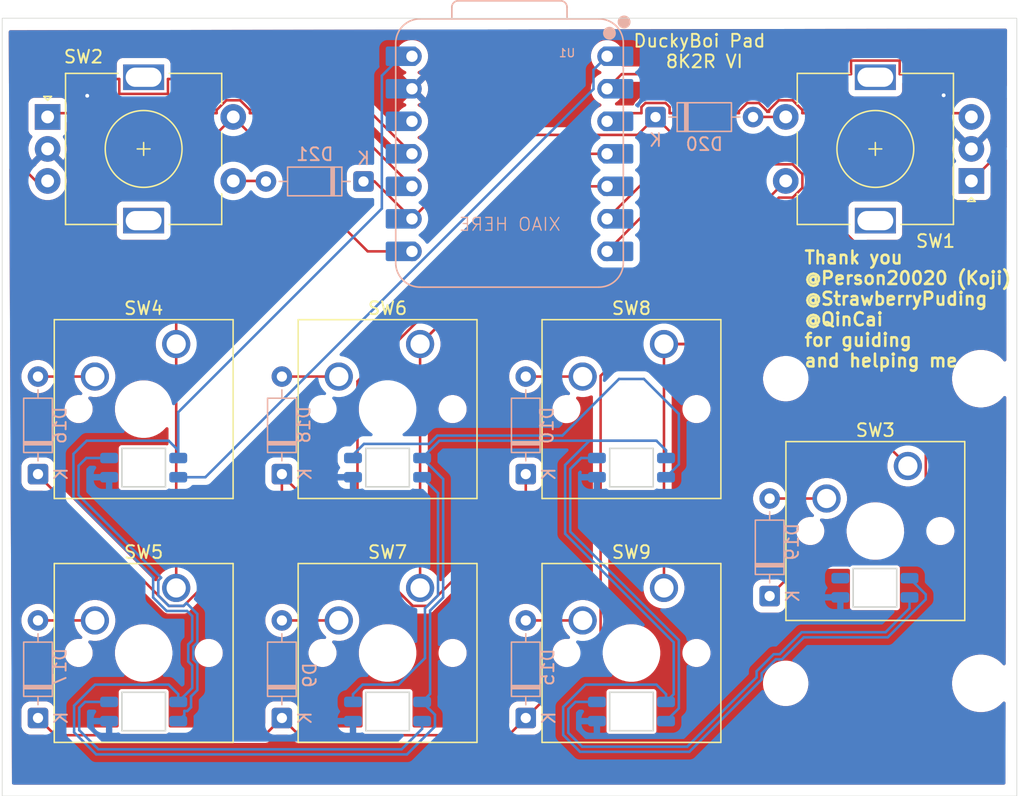
<source format=kicad_pcb>
(kicad_pcb (version 20241229) (generator "pcbnew") (generator_version "9.0")
  (layers (0 "F.Cu" signal) (2 "B.Cu" signal) (13 "F.Paste" user) (15 "B.Paste" user) (5 "F.SilkS" user "F.Silkscreen") (7 "B.SilkS" user "B.Silkscreen") (1 "F.Mask" user) (3 "B.Mask" user) (25 "Edge.Cuts" user))
  (net 0 "")
  (net 1 "Net-(D1-DIN)")
  (net 2 "GND")
  (net 3 "+5V")
  (net 4 "Net-(D1-DOUT)")
  (net 5 "Net-(D2-DOUT)")
  (net 6 "Net-(D3-DOUT)")
  (net 7 "Net-(D4-DOUT)")
  (net 8 "Net-(D5-DOUT)")
  (net 9 "Net-(D6-DOUT)")
  (net 11 "Net-(D9-A)")
  (net 12 "Row 2")
  (net 13 "Net-(D10-A)")
  (net 14 "Net-(D15-A)")
  (net 15 "Row 1")
  (net 16 "Net-(D16-A)")
  (net 17 "Net-(D17-A)")
  (net 18 "Net-(D18-A)")
  (net 19 "Net-(D19-A)")
  (net 20 "Row 0")
  (net 21 "Net-(D20-A)")
  (net 22 "Net-(D21-A)")
  (net 23 "Col 1")
  (net 24 "ROT2-A")
  (net 25 "ROT2-B")
  (net 26 "ROT1-B")
  (net 27 "Col 2")
  (net 28 "ROT1-A")
  (net 29 "Col 0")
  (footprint "Rotary_Encoder:RotaryEncoder_Alps_EC11E-Switch_Vertical_H20mm" (layer "F.Cu") (at 149.359 86.066 180)
    (property "Reference" "SW1" (at 2.8 -4.7 0) (layer "F.SilkS"))
    (property "Value" "RotaryEncoder_Switch")
    (pad "A" thru_hole rect (at 0 0 180) (size 2 2) (drill 1) (layers "*.Cu" "*.Mask") (net 24 "ROT2-A"))
    (pad "B" thru_hole circle (at 0 5 180) (size 2 2) (drill 1) (layers "*.Cu" "*.Mask") (net 25 "ROT2-B"))
    (pad "C" thru_hole circle (at 0 2.5 180) (size 2 2) (drill 1) (layers "*.Cu" "*.Mask") (net 2 "GND"))
    (pad "MP" thru_hole rect (at 7.5 -3.1 180) (size 3.2 2) (drill oval 2.8 1.5) (layers "*.Cu" "*.Mask"))
    (pad "MP" thru_hole rect (at 7.5 8.1 180) (size 3.2 2) (drill oval 2.8 1.5) (layers "*.Cu" "*.Mask"))
    (pad "S1" thru_hole circle (at 14.5 5 180) (size 2 2) (drill 1) (layers "*.Cu" "*.Mask") (net 21 "Net-(D20-A)"))
    (pad "S2" thru_hole circle (at 14.5 0 180) (size 2 2) (drill 1) (layers "*.Cu" "*.Mask") (net 23 "Col 1"))
  )
  (footprint "Button_Switch_Keyboard:SW_Cherry_MX_1.00u_PCB" (layer "F.Cu") (at 87.249 117.856)
    (property "Reference" "SW5" (at -2.54 -2.794 0) (layer "F.SilkS"))
    (property "Value" "SW_Push")
    (pad "" np_thru_hole circle (at -7.62 5.08) (size 1.7 1.7) (drill 1.7) (layers "*.Cu" "*.Mask"))
    (pad "" np_thru_hole circle (at -2.54 5.08) (size 4 4) (drill 4) (layers "*.Cu" "*.Mask"))
    (pad "" np_thru_hole circle (at 2.54 5.08) (size 1.7 1.7) (drill 1.7) (layers "*.Cu" "*.Mask"))
    (pad "1" thru_hole circle (at 0 0) (size 2.2 2.2) (drill 1.5) (layers "*.Cu" "*.Mask") (net 29 "Col 0"))
    (pad "2" thru_hole circle (at -6.35 2.54) (size 2.2 2.2) (drill 1.5) (layers "*.Cu" "*.Mask") (net 17 "Net-(D17-A)"))
  )
  (footprint "Button_Switch_Keyboard:SW_Cherry_MX_1.00u_PCB" (layer "F.Cu") (at 87.249 98.806)
    (property "Reference" "SW4" (at -2.54 -2.794 0) (layer "F.SilkS"))
    (property "Value" "SW_Push")
    (pad "" np_thru_hole circle (at -7.62 5.08) (size 1.7 1.7) (drill 1.7) (layers "*.Cu" "*.Mask"))
    (pad "" np_thru_hole circle (at -2.54 5.08) (size 4 4) (drill 4) (layers "*.Cu" "*.Mask"))
    (pad "" np_thru_hole circle (at 2.54 5.08) (size 1.7 1.7) (drill 1.7) (layers "*.Cu" "*.Mask"))
    (pad "1" thru_hole circle (at 0 0) (size 2.2 2.2) (drill 1.5) (layers "*.Cu" "*.Mask") (net 29 "Col 0"))
    (pad "2" thru_hole circle (at -6.35 2.54) (size 2.2 2.2) (drill 1.5) (layers "*.Cu" "*.Mask") (net 16 "Net-(D16-A)"))
  )
  (footprint "Rotary_Encoder:RotaryEncoder_Alps_EC11E-Switch_Vertical_H20mm" (layer "F.Cu") (at 77.205 81.066)
    (property "Reference" "SW2" (at 2.8 -4.7 0) (layer "F.SilkS"))
    (property "Value" "RotaryEncoder_Switch")
    (pad "A" thru_hole rect (at 0 0) (size 2 2) (drill 1) (layers "*.Cu" "*.Mask") (net 28 "ROT1-A"))
    (pad "B" thru_hole circle (at 0 5) (size 2 2) (drill 1) (layers "*.Cu" "*.Mask") (net 26 "ROT1-B"))
    (pad "C" thru_hole circle (at 0 2.5) (size 2 2) (drill 1) (layers "*.Cu" "*.Mask") (net 2 "GND"))
    (pad "MP" thru_hole rect (at 7.5 -3.1) (size 3.2 2) (drill oval 2.8 1.5) (layers "*.Cu" "*.Mask"))
    (pad "MP" thru_hole rect (at 7.5 8.1) (size 3.2 2) (drill oval 2.8 1.5) (layers "*.Cu" "*.Mask"))
    (pad "S1" thru_hole circle (at 14.5 5) (size 2 2) (drill 1) (layers "*.Cu" "*.Mask") (net 22 "Net-(D21-A)"))
    (pad "S2" thru_hole circle (at 14.5 0) (size 2 2) (drill 1) (layers "*.Cu" "*.Mask") (net 29 "Col 0"))
  )
  (footprint "Button_Switch_Keyboard:SW_Cherry_MX_2.00u_Vertical_PCB" (layer "F.Cu") (at 144.399 108.331)
    (property "Reference" "SW3" (at -2.54 -2.794 0) (layer "F.SilkS"))
    (property "Value" "SW_Push")
    (pad "" np_thru_hole circle (at -9.54 -6.82) (size 3.05 3.05) (drill 3.05) (layers "*.Cu" "*.Mask"))
    (pad "" np_thru_hole circle (at -9.54 16.98) (size 3.05 3.05) (drill 3.05) (layers "*.Cu" "*.Mask"))
    (pad "" np_thru_hole circle (at -7.62 5.08) (size 1.7 1.7) (drill 1.7) (layers "*.Cu" "*.Mask"))
    (pad "" np_thru_hole circle (at -2.54 5.08) (size 4 4) (drill 4) (layers "*.Cu" "*.Mask"))
    (pad "" np_thru_hole circle (at 2.54 5.08) (size 1.7 1.7) (drill 1.7) (layers "*.Cu" "*.Mask"))
    (pad "" np_thru_hole circle (at 5.7 -6.82) (size 4 4) (drill 4) (layers "*.Cu" "*.Mask"))
    (pad "" np_thru_hole circle (at 5.7 16.98) (size 4 4) (drill 4) (layers "*.Cu" "*.Mask"))
    (pad "1" thru_hole circle (at 0 0) (size 2.2 2.2) (drill 1.5) (layers "*.Cu" "*.Mask") (net 27 "Col 2"))
    (pad "2" thru_hole circle (at -6.35 2.54) (size 2.2 2.2) (drill 1.5) (layers "*.Cu" "*.Mask") (net 19 "Net-(D19-A)"))
  )
  (footprint "Button_Switch_Keyboard:SW_Cherry_MX_1.00u_PCB" (layer "F.Cu") (at 106.299 117.856)
    (property "Reference" "SW7" (at -2.54 -2.794 0) (layer "F.SilkS"))
    (property "Value" "SW_Push")
    (pad "" np_thru_hole circle (at -7.62 5.08) (size 1.7 1.7) (drill 1.7) (layers "*.Cu" "*.Mask"))
    (pad "" np_thru_hole circle (at -2.54 5.08) (size 4 4) (drill 4) (layers "*.Cu" "*.Mask"))
    (pad "" np_thru_hole circle (at 2.54 5.08) (size 1.7 1.7) (drill 1.7) (layers "*.Cu" "*.Mask"))
    (pad "1" thru_hole circle (at 0 0) (size 2.2 2.2) (drill 1.5) (layers "*.Cu" "*.Mask") (net 23 "Col 1"))
    (pad "2" thru_hole circle (at -6.35 2.54) (size 2.2 2.2) (drill 1.5) (layers "*.Cu" "*.Mask") (net 11 "Net-(D9-A)"))
  )
  (footprint "Button_Switch_Keyboard:SW_Cherry_MX_1.00u_PCB" (layer "F.Cu") (at 125.349 117.856)
    (property "Reference" "SW9" (at -2.54 -2.794 0) (layer "F.SilkS"))
    (property "Value" "SW_Push")
    (pad "" np_thru_hole circle (at -7.62 5.08) (size 1.7 1.7) (drill 1.7) (layers "*.Cu" "*.Mask"))
    (pad "" np_thru_hole circle (at -2.54 5.08) (size 4 4) (drill 4) (layers "*.Cu" "*.Mask"))
    (pad "" np_thru_hole circle (at 2.54 5.08) (size 1.7 1.7) (drill 1.7) (layers "*.Cu" "*.Mask"))
    (pad "1" thru_hole circle (at 0 0) (size 2.2 2.2) (drill 1.5) (layers "*.Cu" "*.Mask") (net 27 "Col 2"))
    (pad "2" thru_hole circle (at -6.35 2.54) (size 2.2 2.2) (drill 1.5) (layers "*.Cu" "*.Mask") (net 14 "Net-(D15-A)"))
  )
  (footprint "Button_Switch_Keyboard:SW_Cherry_MX_1.00u_PCB" (layer "F.Cu") (at 106.299 98.806)
    (property "Reference" "SW6" (at -2.54 -2.794 0) (layer "F.SilkS"))
    (property "Value" "SW_Push")
    (pad "" np_thru_hole circle (at -7.62 5.08) (size 1.7 1.7) (drill 1.7) (layers "*.Cu" "*.Mask"))
    (pad "" np_thru_hole circle (at -2.54 5.08) (size 4 4) (drill 4) (layers "*.Cu" "*.Mask"))
    (pad "" np_thru_hole circle (at 2.54 5.08) (size 1.7 1.7) (drill 1.7) (layers "*.Cu" "*.Mask"))
    (pad "1" thru_hole circle (at 0 0) (size 2.2 2.2) (drill 1.5) (layers "*.Cu" "*.Mask") (net 23 "Col 1"))
    (pad "2" thru_hole circle (at -6.35 2.54) (size 2.2 2.2) (drill 1.5) (layers "*.Cu" "*.Mask") (net 18 "Net-(D18-A)"))
  )
  (footprint "Button_Switch_Keyboard:SW_Cherry_MX_1.00u_PCB" (layer "F.Cu") (at 125.349 98.806)
    (property "Reference" "SW8" (at -2.54 -2.794 0) (layer "F.SilkS"))
    (property "Value" "SW_Push")
    (pad "" np_thru_hole circle (at -7.62 5.08) (size 1.7 1.7) (drill 1.7) (layers "*.Cu" "*.Mask"))
    (pad "" np_thru_hole circle (at -2.54 5.08) (size 4 4) (drill 4) (layers "*.Cu" "*.Mask"))
    (pad "" np_thru_hole circle (at 2.54 5.08) (size 1.7 1.7) (drill 1.7) (layers "*.Cu" "*.Mask"))
    (pad "1" thru_hole circle (at 0 0) (size 2.2 2.2) (drill 1.5) (layers "*.Cu" "*.Mask") (net 27 "Col 2"))
    (pad "2" thru_hole circle (at -6.35 2.54) (size 2.2 2.2) (drill 1.5) (layers "*.Cu" "*.Mask") (net 13 "Net-(D10-A)"))
  )
  (footprint "ScottoKeebs_Components:LED_SK6812MINI" (layer "B.Cu") (at 122.809 108.458 180)
    (property "Reference" "D5" (hide yes))
    (property "Value" "SK6812MINI" (hide yes))
    (fp_line (start 1.7 1.5) (end -1.7 1.5) (stroke (width 0.12)) (layer "Edge.Cuts"))
    (fp_line (start 1.7 -1.5) (end 1.7 1.5) (stroke (width 0.12)) (layer "Edge.Cuts"))
    (fp_line (start -1.7 1.5) (end -1.7 -1.5) (stroke (width 0.12)) (layer "Edge.Cuts"))
    (fp_line (start -1.7 -1.5) (end 1.7 -1.5) (stroke (width 0.12)) (layer "Edge.Cuts"))
    (pad "1" smd roundrect (at 2.7 0.75 180) (size 1.4 0.82) (layers "B.Cu" "B.Mask" "B.Paste") (net 8 "Net-(D5-DOUT)"))
    (pad "2" smd roundrect (at 2.7 -0.75 180) (size 1.4 0.82) (layers "B.Cu" "B.Mask" "B.Paste") (net 2 "GND"))
    (pad "3" smd roundrect (at -2.7 -0.75 180) (size 1.4 0.82) (layers "B.Cu" "B.Mask" "B.Paste") (net 7 "Net-(D4-DOUT)"))
    (pad "4" smd roundrect (at -2.7 0.75 180) (size 1.4 0.82) (layers "B.Cu" "B.Mask" "B.Paste") (net 3 "+5V"))
  )
  (footprint "ScottoKeebs_Components:LED_SK6812MINI" (layer "B.Cu") (at 122.809 127.508 180)
    (property "Reference" "D6" (hide yes))
    (property "Value" "SK6812MINI" (hide yes))
    (fp_line (start 1.7 1.5) (end -1.7 1.5) (stroke (width 0.12)) (layer "Edge.Cuts"))
    (fp_line (start 1.7 -1.5) (end 1.7 1.5) (stroke (width 0.12)) (layer "Edge.Cuts"))
    (fp_line (start -1.7 1.5) (end -1.7 -1.5) (stroke (width 0.12)) (layer "Edge.Cuts"))
    (fp_line (start -1.7 -1.5) (end 1.7 -1.5) (stroke (width 0.12)) (layer "Edge.Cuts"))
    (pad "1" smd roundrect (at 2.7 0.75 180) (size 1.4 0.82) (layers "B.Cu" "B.Mask" "B.Paste") (net 9 "Net-(D6-DOUT)"))
    (pad "2" smd roundrect (at 2.7 -0.75 180) (size 1.4 0.82) (layers "B.Cu" "B.Mask" "B.Paste") (net 2 "GND"))
    (pad "3" smd roundrect (at -2.7 -0.75 180) (size 1.4 0.82) (layers "B.Cu" "B.Mask" "B.Paste") (net 8 "Net-(D5-DOUT)"))
    (pad "4" smd roundrect (at -2.7 0.75 180) (size 1.4 0.82) (layers "B.Cu" "B.Mask" "B.Paste") (net 3 "+5V"))
  )
  (footprint "ScottoKeebs_Components:LED_SK6812MINI" (layer "B.Cu") (at 141.826 117.844 180)
    (property "Reference" "D8" (hide yes))
    (property "Value" "SK6812MINI" (hide yes))
    (fp_line (start 1.7 1.5) (end -1.7 1.5) (stroke (width 0.12)) (layer "Edge.Cuts"))
    (fp_line (start 1.7 -1.5) (end 1.7 1.5) (stroke (width 0.12)) (layer "Edge.Cuts"))
    (fp_line (start -1.7 1.5) (end -1.7 -1.5) (stroke (width 0.12)) (layer "Edge.Cuts"))
    (fp_line (start -1.7 -1.5) (end 1.7 -1.5) (stroke (width 0.12)) (layer "Edge.Cuts"))
    (pad "1" smd roundrect (at 2.7 0.75 180) (size 1.4 0.82) (layers "B.Cu" "B.Mask" "B.Paste"))
    (pad "2" smd roundrect (at 2.7 -0.75 180) (size 1.4 0.82) (layers "B.Cu" "B.Mask" "B.Paste") (net 2 "GND"))
    (pad "3" smd roundrect (at -2.7 -0.75 180) (size 1.4 0.82) (layers "B.Cu" "B.Mask" "B.Paste") (net 9 "Net-(D6-DOUT)"))
    (pad "4" smd roundrect (at -2.7 0.75 180) (size 1.4 0.82) (layers "B.Cu" "B.Mask" "B.Paste") (net 3 "+5V"))
  )
  (footprint "Diode_THT:D_DO-35_SOD27_P7.62mm_Horizontal" (layer "B.Cu") (at 76.454 108.966 90)
    (property "Reference" "D16" (at 3.81 1.7018 90) (layer "B.SilkS") (effects (justify mirror)))
    (property "Value" "1N4148")
    (fp_text user "K" (at 0 1.8 90) (layer "B.SilkS") (effects (justify mirror)))
    (pad "1" thru_hole roundrect (at 0 0 90) (size 1.6 1.6) (drill 0.8) (layers "*.Cu" "*.Mask") (roundrect_rratio 0.15625) (net 15 "Row 1"))
    (pad "2" thru_hole circle (at 7.62 0 90) (size 1.6 1.6) (drill 0.8) (layers "*.Cu" "*.Mask") (net 16 "Net-(D16-A)"))
  )
  (footprint "Diode_THT:D_DO-35_SOD27_P7.62mm_Horizontal" (layer "B.Cu") (at 114.554 128.016 90)
    (property "Reference" "D15" (at 3.9624 1.7018 90) (layer "B.SilkS") (effects (justify mirror)))
    (property "Value" "1N4148")
    (fp_text user "K" (at 0 1.8 90) (layer "B.SilkS") (effects (justify mirror)))
    (pad "1" thru_hole roundrect (at 0 0 90) (size 1.6 1.6) (drill 0.8) (layers "*.Cu" "*.Mask") (roundrect_rratio 0.15625) (net 12 "Row 2"))
    (pad "2" thru_hole circle (at 7.62 0 90) (size 1.6 1.6) (drill 0.8) (layers "*.Cu" "*.Mask") (net 14 "Net-(D15-A)"))
  )
  (footprint "Diode_THT:D_DO-35_SOD27_P7.62mm_Horizontal" (layer "B.Cu") (at 101.8794 86.106 180)
    (property "Reference" "D21" (at 3.81 2.12 0) (layer "B.SilkS") (effects (justify mirror)))
    (property "Value" "1N4148")
    (fp_text user "K" (at 0 1.8 0) (layer "B.SilkS") (effects (justify mirror)))
    (pad "1" thru_hole roundrect (at 0 0 180) (size 1.6 1.6) (drill 0.8) (layers "*.Cu" "*.Mask") (roundrect_rratio 0.15625) (net 20 "Row 0"))
    (pad "2" thru_hole circle (at 7.62 0 180) (size 1.6 1.6) (drill 0.8) (layers "*.Cu" "*.Mask") (net 22 "Net-(D21-A)"))
  )
  (footprint "ScottoKeebs_Components:LED_SK6812MINI" (layer "B.Cu") (at 84.709 127.508 180)
    (property "Reference" "D2" (hide yes))
    (property "Value" "SK6812MINI" (hide yes))
    (fp_line (start 1.7 1.5) (end -1.7 1.5) (stroke (width 0.12)) (layer "Edge.Cuts"))
    (fp_line (start 1.7 -1.5) (end 1.7 1.5) (stroke (width 0.12)) (layer "Edge.Cuts"))
    (fp_line (start -1.7 1.5) (end -1.7 -1.5) (stroke (width 0.12)) (layer "Edge.Cuts"))
    (fp_line (start -1.7 -1.5) (end 1.7 -1.5) (stroke (width 0.12)) (layer "Edge.Cuts"))
    (pad "1" smd roundrect (at 2.7 0.75 180) (size 1.4 0.82) (layers "B.Cu" "B.Mask" "B.Paste") (net 5 "Net-(D2-DOUT)"))
    (pad "2" smd roundrect (at 2.7 -0.75 180) (size 1.4 0.82) (layers "B.Cu" "B.Mask" "B.Paste") (net 2 "GND"))
    (pad "3" smd roundrect (at -2.7 -0.75 180) (size 1.4 0.82) (layers "B.Cu" "B.Mask" "B.Paste") (net 4 "Net-(D1-DOUT)"))
    (pad "4" smd roundrect (at -2.7 0.75 180) (size 1.4 0.82) (layers "B.Cu" "B.Mask" "B.Paste") (net 3 "+5V"))
  )
  (footprint "Diode_THT:D_DO-35_SOD27_P7.62mm_Horizontal" (layer "B.Cu") (at 76.454 128.016 90)
    (property "Reference" "D17" (at 4.0132 1.7018 90) (layer "B.SilkS") (effects (justify mirror)))
    (property "Value" "1N4148")
    (fp_text user "K" (at 0 1.8 90) (layer "B.SilkS") (effects (justify mirror)))
    (pad "1" thru_hole roundrect (at 0 0 90) (size 1.6 1.6) (drill 0.8) (layers "*.Cu" "*.Mask") (roundrect_rratio 0.15625) (net 12 "Row 2"))
    (pad "2" thru_hole circle (at 7.62 0 90) (size 1.6 1.6) (drill 0.8) (layers "*.Cu" "*.Mask") (net 17 "Net-(D17-A)"))
  )
  (footprint "ScottoKeebs_Components:LED_SK6812MINI" (layer "B.Cu") (at 84.709 108.458 180)
    (property "Reference" "D1" (hide yes))
    (property "Value" "SK6812MINI" (hide yes))
    (fp_line (start 1.7 1.5) (end -1.7 1.5) (stroke (width 0.12)) (layer "Edge.Cuts"))
    (fp_line (start 1.7 -1.5) (end 1.7 1.5) (stroke (width 0.12)) (layer "Edge.Cuts"))
    (fp_line (start -1.7 1.5) (end -1.7 -1.5) (stroke (width 0.12)) (layer "Edge.Cuts"))
    (fp_line (start -1.7 -1.5) (end 1.7 -1.5) (stroke (width 0.12)) (layer "Edge.Cuts"))
    (pad "1" smd roundrect (at 2.7 0.75 180) (size 1.4 0.82) (layers "B.Cu" "B.Mask" "B.Paste") (net 4 "Net-(D1-DOUT)"))
    (pad "2" smd roundrect (at 2.7 -0.75 180) (size 1.4 0.82) (layers "B.Cu" "B.Mask" "B.Paste") (net 2 "GND"))
    (pad "3" smd roundrect (at -2.7 -0.75 180) (size 1.4 0.82) (layers "B.Cu" "B.Mask" "B.Paste") (net 1 "Net-(D1-DIN)"))
    (pad "4" smd roundrect (at -2.7 0.75 180) (size 1.4 0.82) (layers "B.Cu" "B.Mask" "B.Paste") (net 3 "+5V"))
  )
  (footprint "OPL:XIAO-RP2040-DIP" (layer "B.Cu") (at 113.284 83.947 180)
    (property "Reference" "U1" (at -4.493136 7.874 0) (layer "B.SilkS") (effects (font (size 0.635 0.635) (thickness 0.1016)) (justify mirror)))
    (property "Value" "XIAO-RP2040-DIP")
    (pad "1" smd roundrect (at -8.455 7.62) (size 2.432 1.524) (layers "B.Cu" "B.Mask") (roundrect_rratio 0.1) (net 1 "Net-(D1-DIN)"))
    (pad "1" thru_hole circle (at -7.62 7.62) (size 1.524 1.524) (drill 0.889) (layers "*.Cu" "*.Mask") (net 1 "Net-(D1-DIN)"))
    (pad "2" smd roundrect (at -8.455 5.08) (size 2.432 1.524) (layers "B.Cu" "B.Mask") (roundrect_rratio 0.1) (net 24 "ROT2-A"))
    (pad "2" thru_hole circle (at -7.62 5.08) (size 1.524 1.524) (drill 0.889) (layers "*.Cu" "*.Mask") (net 24 "ROT2-A"))
    (pad "3" smd roundrect (at -8.455 2.54) (size 2.432 1.524) (layers "B.Cu" "B.Mask") (roundrect_rratio 0.1) (net 25 "ROT2-B"))
    (pad "3" thru_hole circle (at -7.62 2.54) (size 1.524 1.524) (drill 0.889) (layers "*.Cu" "*.Mask") (net 25 "ROT2-B"))
    (pad "4" smd roundrect (at -8.455 0) (size 2.432 1.524) (layers "B.Cu" "B.Mask") (roundrect_rratio 0.1) (net 15 "Row 1"))
    (pad "4" thru_hole circle (at -7.62 0) (size 1.524 1.524) (drill 0.889) (layers "*.Cu" "*.Mask") (net 15 "Row 1"))
    (pad "5" smd roundrect (at -8.455 -2.54) (size 2.432 1.524) (layers "B.Cu" "B.Mask") (roundrect_rratio 0.1) (net 23 "Col 1"))
    (pad "5" thru_hole circle (at -7.62 -2.54) (size 1.524 1.524) (drill 0.889) (layers "*.Cu" "*.Mask") (net 23 "Col 1"))
    (pad "6" smd roundrect (at -8.455 -5.08) (size 2.432 1.524) (layers "B.Cu" "B.Mask") (roundrect_rratio 0.1) (net 27 "Col 2"))
    (pad "6" thru_hole circle (at -7.62 -5.08) (size 1.524 1.524) (drill 0.889) (layers "*.Cu" "*.Mask") (net 27 "Col 2"))
    (pad "7" smd roundrect (at -8.455 -7.62) (size 2.432 1.524) (layers "B.Cu" "B.Mask") (roundrect_rratio 0.1) (net 12 "Row 2"))
    (pad "7" thru_hole circle (at -7.62 -7.62) (size 1.524 1.524) (drill 0.889) (layers "*.Cu" "*.Mask") (net 12 "Row 2"))
    (pad "8" thru_hole circle (at 7.62 -7.62 180) (size 1.524 1.524) (drill 0.889) (layers "*.Cu" "*.Mask") (net 29 "Col 0"))
    (pad "8" smd roundrect (at 8.455 -7.62 180) (size 2.432 1.524) (layers "B.Cu" "B.Mask") (roundrect_rratio 0.1) (net 29 "Col 0"))
    (pad "9" thru_hole circle (at 7.62 -5.08 180) (size 1.524 1.524) (drill 0.889) (layers "*.Cu" "*.Mask") (net 20 "Row 0"))
    (pad "9" smd roundrect (at 8.455 -5.08 180) (size 2.432 1.524) (layers "B.Cu" "B.Mask") (roundrect_rratio 0.1) (net 20 "Row 0"))
    (pad "10" thru_hole circle (at 7.62 -2.54 180) (size 1.524 1.524) (drill 0.889) (layers "*.Cu" "*.Mask") (net 28 "ROT1-A"))
    (pad "10" smd roundrect (at 8.455 -2.54 180) (size 2.432 1.524) (layers "B.Cu" "B.Mask") (roundrect_rratio 0.1) (net 28 "ROT1-A"))
    (pad "11" thru_hole circle (at 7.62 0 180) (size 1.524 1.524) (drill 0.889) (layers "*.Cu" "*.Mask") (net 26 "ROT1-B"))
    (pad "11" smd roundrect (at 8.455 0 180) (size 2.432 1.524) (layers "B.Cu" "B.Mask") (roundrect_rratio 0.1) (net 26 "ROT1-B"))
    (pad "12" thru_hole circle (at 7.62 2.54 180) (size 1.524 1.524) (drill 0.889) (layers "*.Cu" "*.Mask"))
    (pad "12" smd roundrect (at 8.455 2.54 180) (size 2.432 1.524) (layers "B.Cu" "B.Mask") (roundrect_rratio 0.1))
    (pad "13" thru_hole circle (at 7.62 5.08 180) (size 1.524 1.524) (drill 0.889) (layers "*.Cu" "*.Mask") (net 2 "GND"))
    (pad "13" smd roundrect (at 8.455 5.08 180) (size 2.432 1.524) (layers "B.Cu" "B.Mask") (roundrect_rratio 0.1) (net 2 "GND"))
    (pad "14" thru_hole circle (at 7.62 7.62 180) (size 1.524 1.524) (drill 0.889) (layers "*.Cu" "*.Mask") (net 3 "+5V"))
    (pad "14" smd roundrect (at 8.455 7.62 180) (size 2.432 1.524) (layers "B.Cu" "B.Mask") (roundrect_rratio 0.1) (net 3 "+5V"))
  )
  (footprint "ScottoKeebs_Components:LED_SK6812MINI" (layer "B.Cu") (at 103.759 108.458 180)
    (property "Reference" "D4" (hide yes))
    (property "Value" "SK6812MINI" (hide yes))
    (fp_line (start 1.7 1.5) (end -1.7 1.5) (stroke (width 0.12)) (layer "Edge.Cuts"))
    (fp_line (start 1.7 -1.5) (end 1.7 1.5) (stroke (width 0.12)) (layer "Edge.Cuts"))
    (fp_line (start -1.7 1.5) (end -1.7 -1.5) (stroke (width 0.12)) (layer "Edge.Cuts"))
    (fp_line (start -1.7 -1.5) (end 1.7 -1.5) (stroke (width 0.12)) (layer "Edge.Cuts"))
    (pad "1" smd roundrect (at 2.7 0.75 180) (size 1.4 0.82) (layers "B.Cu" "B.Mask" "B.Paste") (net 7 "Net-(D4-DOUT)"))
    (pad "2" smd roundrect (at 2.7 -0.75 180) (size 1.4 0.82) (layers "B.Cu" "B.Mask" "B.Paste") (net 2 "GND"))
    (pad "3" smd roundrect (at -2.7 -0.75 180) (size 1.4 0.82) (layers "B.Cu" "B.Mask" "B.Paste") (net 6 "Net-(D3-DOUT)"))
    (pad "4" smd roundrect (at -2.7 0.75 180) (size 1.4 0.82) (layers "B.Cu" "B.Mask" "B.Paste") (net 3 "+5V"))
  )
  (footprint "Diode_THT:D_DO-35_SOD27_P7.62mm_Horizontal" (layer "B.Cu") (at 95.504 108.966 90)
    (property "Reference" "D18" (at 3.8608 1.7018 90) (layer "B.SilkS") (effects (justify mirror)))
    (property "Value" "1N4148")
    (fp_text user "K" (at 0 1.8 90) (layer "B.SilkS") (effects (justify mirror)))
    (pad "1" thru_hole roundrect (at 0 0 90) (size 1.6 1.6) (drill 0.8) (layers "*.Cu" "*.Mask") (roundrect_rratio 0.15625) (net 15 "Row 1"))
    (pad "2" thru_hole circle (at 7.62 0 90) (size 1.6 1.6) (drill 0.8) (layers "*.Cu" "*.Mask") (net 18 "Net-(D18-A)"))
  )
  (footprint "Diode_THT:D_DO-35_SOD27_P7.62mm_Horizontal" (layer "B.Cu") (at 133.604 118.491 90)
    (property "Reference" "D19" (at 4.2418 1.7526 90) (layer "B.SilkS") (effects (justify mirror)))
    (property "Value" "1N4148")
    (fp_text user "K" (at 0 1.8 90) (layer "B.SilkS") (effects (justify mirror)))
    (pad "1" thru_hole roundrect (at 0 0 90) (size 1.6 1.6) (drill 0.8) (layers "*.Cu" "*.Mask") (roundrect_rratio 0.15625) (net 20 "Row 0"))
    (pad "2" thru_hole circle (at 7.62 0 90) (size 1.6 1.6) (drill 0.8) (layers "*.Cu" "*.Mask") (net 19 "Net-(D19-A)"))
  )
  (footprint "Diode_THT:D_DO-35_SOD27_P7.62mm_Horizontal" (layer "B.Cu") (at 124.6886 81.0768)
    (property "Reference" "D20" (at 3.81 2.12 0) (layer "B.SilkS") (effects (justify mirror)))
    (property "Value" "1N4148")
    (fp_text user "K" (at 0 1.8 0) (layer "B.SilkS") (effects (justify mirror)))
    (pad "1" thru_hole roundrect (at 0 0) (size 1.6 1.6) (drill 0.8) (layers "*.Cu" "*.Mask") (roundrect_rratio 0.15625) (net 20 "Row 0"))
    (pad "2" thru_hole circle (at 7.62 0) (size 1.6 1.6) (drill 0.8) (layers "*.Cu" "*.Mask") (net 21 "Net-(D20-A)"))
  )
  (footprint "ScottoKeebs_Components:LED_SK6812MINI" (layer "B.Cu") (at 103.759 127.508 180)
    (property "Reference" "D3" (hide yes))
    (property "Value" "SK6812MINI" (hide yes))
    (fp_line (start 1.7 1.5) (end -1.7 1.5) (stroke (width 0.12)) (layer "Edge.Cuts"))
    (fp_line (start 1.7 -1.5) (end 1.7 1.5) (stroke (width 0.12)) (layer "Edge.Cuts"))
    (fp_line (start -1.7 1.5) (end -1.7 -1.5) (stroke (width 0.12)) (layer "Edge.Cuts"))
    (fp_line (start -1.7 -1.5) (end 1.7 -1.5) (stroke (width 0.12)) (layer "Edge.Cuts"))
    (pad "1" smd roundrect (at 2.7 0.75 180) (size 1.4 0.82) (layers "B.Cu" "B.Mask" "B.Paste") (net 6 "Net-(D3-DOUT)"))
    (pad "2" smd roundrect (at 2.7 -0.75 180) (size 1.4 0.82) (layers "B.Cu" "B.Mask" "B.Paste") (net 2 "GND"))
    (pad "3" smd roundrect (at -2.7 -0.75 180) (size 1.4 0.82) (layers "B.Cu" "B.Mask" "B.Paste") (net 5 "Net-(D2-DOUT)"))
    (pad "4" smd roundrect (at -2.7 0.75 180) (size 1.4 0.82) (layers "B.Cu" "B.Mask" "B.Paste") (net 3 "+5V"))
  )
  (footprint "Diode_THT:D_DO-35_SOD27_P7.62mm_Horizontal" (layer "B.Cu") (at 95.504 128.016 90)
    (property "Reference" "D9" (at 3.349 2.185 90) (layer "B.SilkS") (effects (justify mirror)))
    (property "Value" "1N4148")
    (fp_text user "K" (at 0 1.8 90) (layer "B.SilkS") (effects (justify mirror)))
    (pad "1" thru_hole roundrect (at 0 0 90) (size 1.6 1.6) (drill 0.8) (layers "*.Cu" "*.Mask") (roundrect_rratio 0.15625) (net 12 "Row 2"))
    (pad "2" thru_hole circle (at 7.62 0 90) (size 1.6 1.6) (drill 0.8) (layers "*.Cu" "*.Mask") (net 11 "Net-(D9-A)"))
  )
  (footprint "Diode_THT:D_DO-35_SOD27_P7.62mm_Horizontal" (layer "B.Cu") (at 114.554 108.966 90)
    (property "Reference" "D10" (at 3.81 1.651 90) (layer "B.SilkS") (effects (justify mirror)))
    (property "Value" "1N4148")
    (fp_text user "K" (at 0 1.8 90) (layer "B.SilkS") (effects (justify mirror)))
    (pad "1" thru_hole roundrect (at 0 0 90) (size 1.6 1.6) (drill 0.8) (layers "*.Cu" "*.Mask") (roundrect_rratio 0.15625) (net 15 "Row 1"))
    (pad "2" thru_hole circle (at 7.62 0 90) (size 1.6 1.6) (drill 0.8) (layers "*.Cu" "*.Mask") (net 13 "Net-(D10-A)"))
  )
  (gr_rect (start 73.66 73.3552) (end 152.908 134.112) (stroke (width 0.05)) (fill no) (layer "Edge.Cuts"))
  (gr_text "DuckyBoi Pad \n8K2R VI" (at 128.4986 77.3176 0) (layer "F.SilkS") (effects (font (size 1 1)) (justify bottom)))
  (gr_text "Thank you \n@Person20020 (Koji) \n@StrawberryPuding \n@QinCai\nfor guiding \nand helping me" (at 136.2202 100.6856 0) (layer "F.SilkS") (effects (font (size 1 1) (thickness 0.2) (bold yes)) (justify left bottom)))
  (gr_text "XIAO HERE" (at 117.348 90.043 0) (layer "B.SilkS") (effects (font (size 1 1) (thickness 0.1)) (justify left bottom mirror)))
  (segment (start 119.841 77.39) (end 120.904 76.327) (width 0.2) (layer "B.Cu") (net 1))
  (segment (start 87.409 109.208) (end 89.52631 109.208) (width 0.2) (layer "B.Cu") (net 1))
  (segment (start 89.52631 109.208) (end 119.841 78.89331) (width 0.2) (layer "B.Cu") (net 1))
  (segment (start 119.841 78.89331) (end 119.841 77.39) (width 0.2) (layer "B.Cu") (net 1))
  (via (at 80.298339 79.412305) (size 0.6) (drill 0.3) (layers "F.Cu" "B.Cu") (net 2))
  (via (at 147.193 79.375) (size 0.6) (drill 0.3) (layers "F.Cu" "B.Cu") (net 2))
  (segment (start 88.499 125.668) (end 88.499 123.91157) (width 0.2) (layer "B.Cu") (net 3))
  (segment (start 88.499 120.0541) (end 88.1029 119.658) (width 0.2) (layer "B.Cu") (net 3))
  (segment (start 107.081 126.136) (end 107.081 119.622414) (width 0.2) (layer "B.Cu") (net 3))
  (segment (start 87.409 126.758) (end 88.499 125.668) (width 0.2) (layer "B.Cu") (net 3))
  (segment (start 80.9172 125.407) (end 79.2734 127.0508) (width 0.2) (layer "B.Cu") (net 3))
  (segment (start 87.409 107.708) (end 87.409 104.128374) (width 0.2) (layer "B.Cu") (net 3))
  (segment (start 87.409 126.758) (end 87.409 126.158058) (width 0.2) (layer "B.Cu") (net 3))
  (segment (start 80.2568 106.357) (end 86.657942 106.357) (width 0.2) (layer "B.Cu") (net 3))
  (segment (start 125.509 126.758) (end 125.509 126.158058) (width 0.2) (layer "B.Cu") (net 3))
  (segment (start 132.983 124.533935) (end 134.081935 123.435) (width 0.2) (layer "B.Cu") (net 3))
  (segment (start 142.824474 121.7168) (end 145.796 118.745274) (width 0.2) (layer "B.Cu") (net 3))
  (segment (start 126.109 122.1041) (end 126.109 126.158) (width 0.2) (layer "B.Cu") (net 3))
  (segment (start 103.312 88.225374) (end 103.312 77.844) (width 0.2) (layer "B.Cu") (net 3))
  (segment (start 103.312 77.844) (end 104.829 76.327) (width 0.2) (layer "B.Cu") (net 3))
  (segment (start 117.6274 113.6225) (end 126.109 122.1041) (width 0.2) (layer "B.Cu") (net 3))
  (segment (start 119.5252 106.357) (end 117.6274 108.2548) (width 0.2) (layer "B.Cu") (net 3))
  (segment (start 86.502586 119.658) (end 85.447 118.602414) (width 0.2) (layer "B.Cu") (net 3))
  (segment (start 88.499 121.96043) (end 88.499 120.0541) (width 0.2) (layer "B.Cu") (net 3))
  (segment (start 88.499 123.91157) (end 88.187 123.59957) (width 0.2) (layer "B.Cu") (net 3))
  (segment (start 107.46 128.678274) (end 107.46 127.759) (width 0.2) (layer "B.Cu") (net 3))
  (segment (start 85.500743 117.055843) (end 79.2226 110.7777) (width 0.2) (layer "B.Cu") (net 3))
  (segment (start 86.657942 106.357) (end 87.409 107.108058) (width 0.2) (layer "B.Cu") (net 3))
  (segment (start 145.796 118.364) (end 144.526 117.094) (width 0.2) (layer "B.Cu") (net 3))
  (segment (start 117.475 129.3368) (end 118.7958 130.6576) (width 0.2) (layer "B.Cu") (net 3))
  (segment (start 134.5528 123.435) (end 136.271 121.7168) (width 0.2) (layer "B.Cu") (net 3))
  (segment (start 79.2734 127.0508) (end 79.2734 129.1336) (width 0.2) (layer "B.Cu") (net 3))
  (segment (start 125.509 126.158058) (end 124.757942 125.407) (width 0.2) (layer "B.Cu") (net 3))
  (segment (start 86.657942 125.407) (end 80.9172 125.407) (width 0.2) (layer "B.Cu") (net 3))
  (segment (start 125.509 107.108058) (end 125.509 107.708) (width 0.2) (layer "B.Cu") (net 3))
  (segment (start 107.46 127.759) (end 106.459 126.758) (width 0.2) (layer "B.Cu") (net 3))
  (segment (start 81.0006 130.8608) (end 105.277474 130.8608) (width 0.2) (layer "B.Cu") (net 3))
  (segment (start 145.796 118.745274) (end 145.796 118.364) (width 0.2) (layer "B.Cu") (net 3))
  (segment (start 88.1029 119.658) (end 86.502586 119.658) (width 0.2) (layer "B.Cu") (net 3))
  (segment (start 106.459 107.708) (end 107.81 106.357) (width 0.2) (layer "B.Cu") (net 3))
  (segment (start 124.757942 125.407) (end 119.2204 125.407) (width 0.2) (layer "B.Cu") (net 3))
  (segment (start 87.409 107.108058) (end 87.409 107.708) (width 0.2) (layer "B.Cu") (net 3))
  (segment (start 117.6274 108.2548) (end 117.6274 113.6225) (width 0.2) (layer "B.Cu") (net 3))
  (segment (start 127.3302 130.6576) (end 132.983 125.0048) (width 0.2) (layer "B.Cu") (net 3))
  (segment (start 88.187 123.59957) (end 88.187 122.27243) (width 0.2) (layer "B.Cu") (net 3))
  (segment (start 136.271 121.7168) (end 142.824474 121.7168) (width 0.2) (layer "B.Cu") (net 3))
  (segment (start 85.447 118.602414) (end 85.447 117.109586) (width 0.2) (layer "B.Cu") (net 3))
  (segment (start 107.081 119.622414) (end 108.101 118.602414) (width 0.2) (layer "B.Cu") (net 3))
  (segment (start 87.409 126.158058) (end 86.657942 125.407) (width 0.2) (layer "B.Cu") (net 3))
  (segment (start 105.277474 130.8608) (end 107.46 128.678274) (width 0.2) (layer "B.Cu") (net 3))
  (segment (start 79.2734 129.1336) (end 81.0006 130.8608) (width 0.2) (layer "B.Cu") (net 3))
  (segment (start 124.757942 106.357) (end 119.5252 106.357) (width 0.2) (layer "B.Cu") (net 3))
  (segment (start 124.757942 106.357) (end 125.509 107.108058) (width 0.2) (layer "B.Cu") (net 3))
  (segment (start 107.81 106.357) (end 124.757942 106.357) (width 0.2) (layer "B.Cu") (net 3))
  (segment (start 79.2226 107.3912) (end 80.2568 106.357) (width 0.2) (layer "B.Cu") (net 3))
  (segment (start 119.2204 125.407) (end 117.475 127.1524) (width 0.2) (layer "B.Cu") (net 3))
  (segment (start 134.081935 123.435) (end 134.5528 123.435) (width 0.2) (layer "B.Cu") (net 3))
  (segment (start 108.101 109.35) (end 106.459 107.708) (width 0.2) (layer "B.Cu") (net 3))
  (segment (start 87.409 104.128374) (end 103.312 88.225374) (width 0.2) (layer "B.Cu") (net 3))
  (segment (start 85.447 117.109586) (end 85.500743 117.055843) (width 0.2) (layer "B.Cu") (net 3))
  (segment (start 117.475 127.1524) (end 117.475 129.3368) (width 0.2) (layer "B.Cu") (net 3))
  (segment (start 88.187 122.27243) (end 88.499 121.96043) (width 0.2) (layer "B.Cu") (net 3))
  (segment (start 108.101 118.602414) (end 108.101 109.35) (width 0.2) (layer "B.Cu") (net 3))
  (segment (start 118.7958 130.6576) (end 127.3302 130.6576) (width 0.2) (layer "B.Cu") (net 3))
  (segment (start 106.459 126.758) (end 107.081 126.136) (width 0.2) (layer "B.Cu") (net 3))
  (segment (start 79.2226 110.7777) (end 79.2226 107.3912) (width 0.2) (layer "B.Cu") (net 3))
  (segment (start 132.983 125.0048) (end 132.983 124.533935) (width 0.2) (layer "B.Cu") (net 3))
  (segment (start 126.109 126.158) (end 125.509 126.758) (width 0.2) (layer "B.Cu") (net 3))
  (segment (start 87.829314 119.257) (end 88.049157 119.037157) (width 0.2) (layer "B.Cu") (net 4))
  (segment (start 88.41 126.337726) (end 88.41 127.178274) (width 0.2) (layer "B.Cu") (net 4))
  (segment (start 85.848 118.436314) (end 86.668686 119.257) (width 0.2) (layer "B.Cu") (net 4))
  (segment (start 82.009 107.708) (end 80.2266 107.708) (width 0.2) (layer "B.Cu") (net 4))
  (segment (start 86.067843 117.055843) (end 85.848 117.275686) (width 0.2) (layer "B.Cu") (net 4))
  (segment (start 85.848 117.275686) (end 85.848 118.436314) (width 0.2) (layer "B.Cu") (net 4))
  (segment (start 88.9 123.74547) (end 88.9 125.8341) (width 0.2) (layer "B.Cu") (net 4))
  (segment (start 79.6236 110.6116) (end 86.067843 117.055843) (width 0.2) (layer "B.Cu") (net 4))
  (segment (start 80.2266 107.708) (end 79.6236 108.311) (width 0.2) (layer "B.Cu") (net 4))
  (segment (start 87.884 127.469) (end 87.884 127.783001) (width 0.2) (layer "B.Cu") (net 4))
  (segment (start 88.9 125.8341) (end 88.403187 126.330913) (width 0.2) (layer "B.Cu") (net 4))
  (segment (start 79.6236 108.311) (end 79.6236 110.6116) (width 0.2) (layer "B.Cu") (net 4))
  (segment (start 86.668686 119.257) (end 87.829314 119.257) (width 0.2) (layer "B.Cu") (net 4))
  (segment (start 88.049157 119.037157) (end 88.9 119.888) (width 0.2) (layer "B.Cu") (net 4))
  (segment (start 88.588 123.43347) (end 88.9 123.74547) (width 0.2) (layer "B.Cu") (net 4))
  (segment (start 87.884 127.783001) (end 87.409 128.258) (width 0.2) (layer "B.Cu") (net 4))
  (segment (start 88.403187 126.330913) (end 88.41 126.337726) (width 0.2) (layer "B.Cu") (net 4))
  (segment (start 88.9 119.888) (end 88.9 122.12653) (width 0.2) (layer "B.Cu") (net 4))
  (segment (start 88.588 122.43853) (end 88.588 123.43347) (width 0.2) (layer "B.Cu") (net 4))
  (segment (start 88.9 122.12653) (end 88.588 122.43853) (width 0.2) (layer "B.Cu") (net 4))
  (segment (start 88.41 127.178274) (end 88.119274 127.469) (width 0.2) (layer "B.Cu") (net 4))
  (segment (start 88.119274 127.469) (end 87.884 127.469) (width 0.2) (layer "B.Cu") (net 4))
  (segment (start 82.009 126.758) (end 80.1333 126.758) (width 0.2) (layer "B.Cu") (net 5))
  (segment (start 80.1333 126.758) (end 79.6744 127.2169) (width 0.2) (layer "B.Cu") (net 5))
  (segment (start 104.857142 130.4598) (end 106.459 128.857942) (width 0.2) (layer "B.Cu") (net 5))
  (segment (start 106.459 128.857942) (end 106.459 128.258) (width 0.2) (layer "B.Cu") (net 5))
  (segment (start 79.6744 127.2169) (end 79.6744 128.9675) (width 0.2) (layer "B.Cu") (net 5))
  (segment (start 81.1667 130.4598) (end 104.857142 130.4598) (width 0.2) (layer "B.Cu") (net 5))
  (segment (start 79.6744 128.9675) (end 81.1667 130.4598) (width 0.2) (layer "B.Cu") (net 5))
  (segment (start 107.7 118.436314) (end 107.7 110.449) (width 0.2) (layer "B.Cu") (net 6))
  (segment (start 101.059 126.758) (end 101.059 126.158058) (width 0.2) (layer "B.Cu") (net 6))
  (segment (start 101.059 126.158058) (end 101.810058 125.407) (width 0.2) (layer "B.Cu") (net 6))
  (segment (start 104.612816 125.407) (end 106.68 123.339816) (width 0.2) (layer "B.Cu") (net 6))
  (segment (start 101.810058 125.407) (end 104.612816 125.407) (width 0.2) (layer "B.Cu") (net 6))
  (segment (start 106.68 123.339816) (end 106.68 119.456314) (width 0.2) (layer "B.Cu") (net 6))
  (segment (start 106.68 119.456314) (end 107.7 118.436314) (width 0.2) (layer "B.Cu") (net 6))
  (segment (start 107.7 110.449) (end 106.459 109.208) (width 0.2) (layer "B.Cu") (net 6))
  (segment (start 106.9929 106.607) (end 107.6439 105.956) (width 0.2) (layer "B.Cu") (net 7))
  (segment (start 123.782816 101.535) (end 126.51 104.262184) (width 0.2) (layer "B.Cu") (net 7))
  (segment (start 101.059 107.708) (end 101.059 107.461611) (width 0.2) (layer "B.Cu") (net 7))
  (segment (start 117.414184 105.956) (end 121.835184 101.535) (width 0.2) (layer "B.Cu") (net 7))
  (segment (start 121.835184 101.535) (end 123.782816 101.535) (width 0.2) (layer "B.Cu") (net 7))
  (segment (start 101.913611 106.607) (end 106.9929 106.607) (width 0.2) (layer "B.Cu") (net 7))
  (segment (start 107.6439 105.956) (end 117.414184 105.956) (width 0.2) (layer "B.Cu") (net 7))
  (segment (start 126.51 108.207) (end 125.509 109.208) (width 0.2) (layer "B.Cu") (net 7))
  (segment (start 126.51 104.262184) (end 126.51 108.207) (width 0.2) (layer "B.Cu") (net 7))
  (segment (start 101.059 107.461611) (end 101.913611 106.607) (width 0.2) (layer "B.Cu") (net 7))
  (segment (start 118.8854 107.708) (end 118.0284 108.565) (width 0.2) (layer "B.Cu") (net 8))
  (segment (start 120.109 107.708) (end 118.8854 107.708) (width 0.2) (layer "B.Cu") (net 8))
  (segment (start 126.51 121.938) (end 126.51 127.257) (width 0.2) (layer "B.Cu") (net 8))
  (segment (start 118.0284 113.4564) (end 126.51 121.938) (width 0.2) (layer "B.Cu") (net 8))
  (segment (start 118.0284 108.565) (end 118.0284 113.4564) (width 0.2) (layer "B.Cu") (net 8))
  (segment (start 126.51 127.257) (end 125.509 128.258) (width 0.2) (layer "B.Cu") (net 8))
  (segment (start 118.9619 130.2566) (end 117.876 129.1707) (width 0.2) (layer "B.Cu") (net 9))
  (segment (start 117.876 129.1707) (end 117.876 127.3185) (width 0.2) (layer "B.Cu") (net 9))
  (segment (start 134.3867 123.034) (end 133.915835 123.034) (width 0.2) (layer "B.Cu") (net 9))
  (segment (start 133.915835 123.034) (end 132.582 124.367835) (width 0.2) (layer "B.Cu") (net 9))
  (segment (start 136.1049 121.3158) (end 134.3867 123.034) (width 0.2) (layer "B.Cu") (net 9))
  (segment (start 132.582 124.8387) (end 127.1641 130.2566) (width 0.2) (layer "B.Cu") (net 9))
  (segment (start 117.876 127.3185) (end 118.4365 126.758) (width 0.2) (layer "B.Cu") (net 9))
  (segment (start 144.526 118.594) (end 144.526 119.448174) (width 0.2) (layer "B.Cu") (net 9))
  (segment (start 118.4365 126.758) (end 120.109 126.758) (width 0.2) (layer "B.Cu") (net 9))
  (segment (start 132.582 124.367835) (end 132.582 124.8387) (width 0.2) (layer "B.Cu") (net 9))
  (segment (start 127.1641 130.2566) (end 118.9619 130.2566) (width 0.2) (layer "B.Cu") (net 9))
  (segment (start 144.526 119.448174) (end 142.658374 121.3158) (width 0.2) (layer "B.Cu") (net 9))
  (segment (start 142.658374 121.3158) (end 136.1049 121.3158) (width 0.2) (layer "B.Cu") (net 9))
  (segment (start 95.504 120.396) (end 99.949 120.396) (width 0.2) (layer "F.Cu") (net 11))
  (segment (start 120.4 101.287108) (end 134.320108 87.367) (width 0.2) (layer "F.Cu") (net 12))
  (segment (start 96.847 129.359) (end 113.211 129.359) (width 0.2) (layer "F.Cu") (net 12))
  (segment (start 127.706 84.765) (end 120.904 91.567) (width 0.2) (layer "F.Cu") (net 12))
  (segment (start 136.16 86.604892) (end 136.16 85.527108) (width 0.2) (layer "F.Cu") (net 12))
  (segment (start 134.320108 87.367) (end 135.397892 87.367) (width 0.2) (layer "F.Cu") (net 12))
  (segment (start 77.797 129.359) (end 94.161 129.359) (width 0.2) (layer "F.Cu") (net 12))
  (segment (start 135.397892 87.367) (end 136.16 86.604892) (width 0.2) (layer "F.Cu") (net 12))
  (segment (start 135.397892 84.765) (end 127.706 84.765) (width 0.2) (layer "F.Cu") (net 12))
  (segment (start 136.16 85.527108) (end 135.397892 84.765) (width 0.2) (layer "F.Cu") (net 12))
  (segment (start 114.554 128.016) (end 120.4 122.17) (width 0.2) (layer "F.Cu") (net 12))
  (segment (start 120.4 122.17) (end 120.4 101.287108) (width 0.2) (layer "F.Cu") (net 12))
  (segment (start 76.454 128.016) (end 77.797 129.359) (width 0.2) (layer "F.Cu") (net 12))
  (segment (start 113.211 129.359) (end 114.554 128.016) (width 0.2) (layer "F.Cu") (net 12))
  (segment (start 95.504 128.016) (end 96.847 129.359) (width 0.2) (layer "F.Cu") (net 12))
  (segment (start 94.161 129.359) (end 95.504 128.016) (width 0.2) (layer "F.Cu") (net 12))
  (segment (start 114.554 101.346) (end 118.999 101.346) (width 0.2) (layer "F.Cu") (net 13))
  (segment (start 114.554 120.396) (end 118.999 120.396) (width 0.2) (layer "F.Cu") (net 14))
  (segment (start 87.829314 119.257) (end 95.504 111.582314) (width 0.2) (layer "F.Cu") (net 15))
  (segment (start 105.718686 119.257) (end 101.408 114.946314) (width 0.2) (layer "F.Cu") (net 15))
  (segment (start 119.176686 83.947) (end 120.904 83.947) (width 0.2) (layer "F.Cu") (net 15))
  (segment (start 76.454 109.042314) (end 86.668686 119.257) (width 0.2) (layer "F.Cu") (net 15))
  (segment (start 101.408 101.715686) (end 119.176686 83.947) (width 0.2) (layer "F.Cu") (net 15))
  (segment (start 106.879314 119.257) (end 105.718686 119.257) (width 0.2) (layer "F.Cu") (net 15))
  (segment (start 76.454 108.966) (end 76.454 109.042314) (width 0.2) (layer "F.Cu") (net 15))
  (segment (start 95.504 109.042314) (end 105.718686 119.257) (width 0.2) (layer "F.Cu") (net 15))
  (segment (start 114.554 108.966) (end 114.554 111.582314) (width 0.2) (layer "F.Cu") (net 15))
  (segment (start 95.504 111.582314) (end 95.504 108.966) (width 0.2) (layer "F.Cu") (net 15))
  (segment (start 101.408 114.946314) (end 101.408 101.715686) (width 0.2) (layer "F.Cu") (net 15))
  (segment (start 95.504 108.966) (end 95.504 109.042314) (width 0.2) (layer "F.Cu") (net 15))
  (segment (start 114.554 111.582314) (end 106.879314 119.257) (width 0.2) (layer "F.Cu") (net 15))
  (segment (start 86.668686 119.257) (end 87.829314 119.257) (width 0.2) (layer "F.Cu") (net 15))
  (segment (start 76.454 101.346) (end 80.899 101.346) (width 0.2) (layer "F.Cu") (net 16))
  (segment (start 76.454 120.396) (end 80.899 120.396) (width 0.2) (layer "F.Cu") (net 17))
  (segment (start 95.504 101.346) (end 99.949 101.346) (width 0.2) (layer "F.Cu") (net 18))
  (segment (start 133.604 110.871) (end 138.049 110.871) (width 0.2) (layer "F.Cu") (net 19))
  (segment (start 142.88953 115.762) (end 145.8 112.85153) (width 0.2) (layer "F.Cu") (net 20))
  (segment (start 133.604 118.491) (end 136.333 115.762) (width 0.2) (layer "F.Cu") (net 20))
  (segment (start 145.8 96.397) (end 137.053 87.65) (width 0.2) (layer "F.Cu") (net 20))
  (segment (start 112.221 82.47) (end 105.664 89.027) (width 0.2) (layer "F.Cu") (net 20))
  (segment (start 101.8794 86.106) (end 102.743 86.106) (width 0.2) (layer "F.Cu") (net 20))
  (segment (start 126.5228 82.911) (end 124.6886 81.0768) (width 0.2) (layer "F.Cu") (net 20))
  (segment (start 124.6886 81.0768) (end 123.2954 82.47) (width 0.2) (layer "F.Cu") (net 20))
  (segment (start 137.053 87.65) (end 137.053 84.0349) (width 0.2) (layer "F.Cu") (net 20))
  (segment (start 137.053 84.0349) (end 135.9291 82.911) (width 0.2) (layer "F.Cu") (net 20))
  (segment (start 123.2954 82.47) (end 112.221 82.47) (width 0.2) (layer "F.Cu") (net 20))
  (segment (start 136.333 115.762) (end 142.88953 115.762) (width 0.2) (layer "F.Cu") (net 20))
  (segment (start 145.8 112.85153) (end 145.8 96.397) (width 0.2) (layer "F.Cu") (net 20))
  (segment (start 102.743 86.106) (end 105.664 89.027) (width 0.2) (layer "F.Cu") (net 20))
  (segment (start 135.9291 82.911) (end 126.5228 82.911) (width 0.2) (layer "F.Cu") (net 20))
  (segment (start 132.3194 81.066) (end 132.3086 81.0768) (width 0.2) (layer "F.Cu") (net 21))
  (segment (start 134.859 81.066) (end 132.3194 81.066) (width 0.2) (layer "F.Cu") (net 21))
  (segment (start 94.2194 86.066) (end 94.2594 86.106) (width 0.2) (layer "F.Cu") (net 22))
  (segment (start 91.705 86.066) (end 94.2194 86.066) (width 0.2) (layer "F.Cu") (net 22))
  (segment (start 118.618 86.487) (end 120.904 86.487) (width 0.2) (layer "F.Cu") (net 23))
  (segment (start 126.564 94.361) (end 134.859 86.066) (width 0.2) (layer "F.Cu") (net 23))
  (segment (start 106.299 98.806) (end 110.744 94.361) (width 0.2) (layer "F.Cu") (net 23))
  (segment (start 106.299 98.806) (end 118.618 86.487) (width 0.2) (layer "F.Cu") (net 23))
  (segment (start 106.299 117.856) (end 106.299 98.806) (width 0.2) (layer "F.Cu") (net 23))
  (segment (start 110.744 94.361) (end 126.564 94.361) (width 0.2) (layer "F.Cu") (net 23))
  (segment (start 139.958 76.665) (end 139.958 77.724) (width 0.2) (layer "F.Cu") (net 24))
  (segment (start 152.019 79.629) (end 150.114 77.724) (width 0.2) (layer "F.Cu") (net 24))
  (segment (start 139.958 77.724) (end 122.047 77.724) (width 0.2) (layer "F.Cu") (net 24))
  (segment (start 122.047 77.724) (end 120.904 78.867) (width 0.2) (layer "F.Cu") (net 24))
  (segment (start 150.114 77.724) (end 143.76 77.724) (width 0.2) (layer "F.Cu") (net 24))
  (segment (start 143.76 77.724) (end 143.76 76.665) (width 0.2) (layer "F.Cu") (net 24))
  (segment (start 143.76 76.665) (end 139.958 76.665) (width 0.2) (layer "F.Cu") (net 24))
  (segment (start 149.359 86.066) (end 152.019 83.406) (width 0.2) (layer "F.Cu") (net 24))
  (segment (start 152.019 83.406) (end 152.019 79.629) (width 0.2) (layer "F.Cu") (net 24))
  (segment (start 131.2076 80.772) (end 125.7896 80.772) (width 0.2) (layer "F.Cu") (net 25))
  (segment (start 131.2076 80.62075) (end 131.2076 80.772) (width 0.2) (layer "F.Cu") (net 25))
  (segment (start 133.4096 80.665) (end 133.4096 80.62075) (width 0.2) (layer "F.Cu") (net 25))
  (segment (start 136.16 80.527108) (end 135.397892 79.765) (width 0.2) (layer "F.Cu") (net 25))
  (segment (start 132.76465 79.9758) (end 131.85255 79.9758) (width 0.2) (layer "F.Cu") (net 25))
  (segment (start 149.359 81.066) (end 149.065 80.772) (width 0.2) (layer "F.Cu") (net 25))
  (segment (start 136.16 80.772) (end 136.16 80.527108) (width 0.2) (layer "F.Cu") (net 25))
  (segment (start 135.397892 79.765) (end 134.320108 79.765) (width 0.2) (layer "F.Cu") (net 25))
  (segment (start 121.539 80.772) (end 120.904 81.407) (width 0.2) (layer "F.Cu") (net 25))
  (segment (start 133.4096 80.62075) (end 132.76465 79.9758) (width 0.2) (layer "F.Cu") (net 25))
  (segment (start 123.90344 79.9758) (end 123.5876 80.29164) (width 0.2) (layer "F.Cu") (net 25))
  (segment (start 134.320108 79.765) (end 133.558 80.527108) (width 0.2) (layer "F.Cu") (net 25))
  (segment (start 125.7896 80.29164) (end 125.47376 79.9758) (width 0.2) (layer "F.Cu") (net 25))
  (segment (start 133.558 80.527108) (end 133.558 80.665) (width 0.2) (layer "F.Cu") (net 25))
  (segment (start 125.47376 79.9758) (end 123.90344 79.9758) (width 0.2) (layer "F.Cu") (net 25))
  (segment (start 125.7896 80.772) (end 125.7896 80.29164) (width 0.2) (layer "F.Cu") (net 25))
  (segment (start 149.065 80.772) (end 136.16 80.772) (width 0.2) (layer "F.Cu") (net 25))
  (segment (start 133.558 80.665) (end 133.4096 80.665) (width 0.2) (layer "F.Cu") (net 25))
  (segment (start 131.85255 79.9758) (end 131.2076 80.62075) (width 0.2) (layer "F.Cu") (net 25))
  (segment (start 123.5876 80.29164) (end 123.5876 80.772) (width 0.2) (layer "F.Cu") (net 25))
  (segment (start 123.5876 80.772) (end 121.539 80.772) (width 0.2) (layer "F.Cu") (net 25))
  (segment (start 74.549 79.248) (end 75.692 78.105) (width 0.2) (layer "F.Cu") (net 26))
  (segment (start 99.822 78.105) (end 105.664 83.947) (width 0.2) (layer "F.Cu") (net 26))
  (segment (start 75.692 78.105) (end 82.804 78.105) (width 0.2) (layer "F.Cu") (net 26))
  (segment (start 77.205 86.066) (end 76.287 86.066) (width 0.2) (layer "F.Cu") (net 26))
  (segment (start 76.287 86.066) (end 74.549 84.328) (width 0.2) (layer "F.Cu") (net 26))
  (segment (start 86.606 79.267) (end 86.606 78.105) (width 0.2) (layer "F.Cu") (net 26))
  (segment (start 82.804 79.267) (end 86.606 79.267) (width 0.2) (layer "F.Cu") (net 26))
  (segment (start 82.804 78.105) (end 82.804 79.267) (width 0.2) (layer "F.Cu") (net 26))
  (segment (start 86.606 78.105) (end 99.822 78.105) (width 0.2) (layer "F.Cu") (net 26))
  (segment (start 74.549 84.328) (end 74.549 79.248) (width 0.2) (layer "F.Cu") (net 26))
  (segment (start 127.127 98.806) (end 136.652 89.281) (width 0.2) (layer "F.Cu") (net 27))
  (segment (start 134.874 98.806) (end 144.399 108.331) (width 0.2) (layer "F.Cu") (net 27))
  (segment (start 125.349 117.856) (end 125.349 98.806) (width 0.2) (layer "F.Cu") (net 27))
  (segment (start 136.652 84.201) (end 135.763 83.312) (width 0.2) (layer "F.Cu") (net 27))
  (segment (start 135.763 83.312) (end 126.619 83.312) (width 0.2) (layer "F.Cu") (net 27))
  (segment (start 136.652 89.281) (end 136.652 84.201) (width 0.2) (layer "F.Cu") (net 27))
  (segment (start 125.349 98.806) (end 134.874 98.806) (width 0.2) (layer "F.Cu") (net 27))
  (segment (start 126.619 83.312) (end 120.904 89.027) (width 0.2) (layer "F.Cu") (net 27))
  (segment (start 125.349 98.806) (end 127.127 98.806) (width 0.2) (layer "F.Cu") (net 27))
  (segment (start 92.243892 79.765) (end 93.006 80.527108) (width 0.2) (layer "F.Cu") (net 28))
  (segment (start 93.006 80.527108) (end 93.006 80.772) (width 0.2) (layer "F.Cu") (net 28))
  (segment (start 90.404 80.772) (end 90.404 80.527108) (width 0.2) (layer "F.Cu") (net 28))
  (segment (start 93.006 80.772) (end 99.949 80.772) (width 0.2) (layer "F.Cu") (net 28))
  (segment (start 91.166108 79.765) (end 92.243892 79.765) (width 0.2) (layer "F.Cu") (net 28))
  (segment (start 99.949 80.772) (end 105.664 86.487) (width 0.2) (layer "F.Cu") (net 28))
  (segment (start 90.404 80.527108) (end 91.166108 79.765) (width 0.2) (layer "F.Cu") (net 28))
  (segment (start 77.499 80.772) (end 90.404 80.772) (width 0.2) (layer "F.Cu") (net 28))
  (segment (start 77.205 81.066) (end 77.499 80.772) (width 0.2) (layer "F.Cu") (net 28))
  (segment (start 91.705 81.066) (end 102.206 91.567) (width 0.2) (layer "F.Cu") (net 29))
  (segment (start 87.249 85.522) (end 91.705 81.066) (width 0.2) (layer "F.Cu") (net 29))
  (segment (start 87.249 98.806) (end 87.249 85.522) (width 0.2) (layer "F.Cu") (net 29))
  (segment (start 102.206 91.567) (end 105.664 91.567) (width 0.2) (layer "F.Cu") (net 29))
  (segment (start 87.249 117.856) (end 87.249 98.806) (width 0.2) (layer "F.Cu") (net 29))
  (zone (net 2) (net_name "GND") (layers "F.Cu" "B.Cu") (connect_pads (clearance 0.5)) (min_thickness 0.25) (fill yes (thermal_gap 0.5) (thermal_bridge_width 0.5))
    (polygon (pts (xy 152.146 74.168) (xy 74.168 74.295) (xy 74.422 133.223) (xy 152.019 133.223) (xy 152.146 74.295)))
  )
)
</source>
